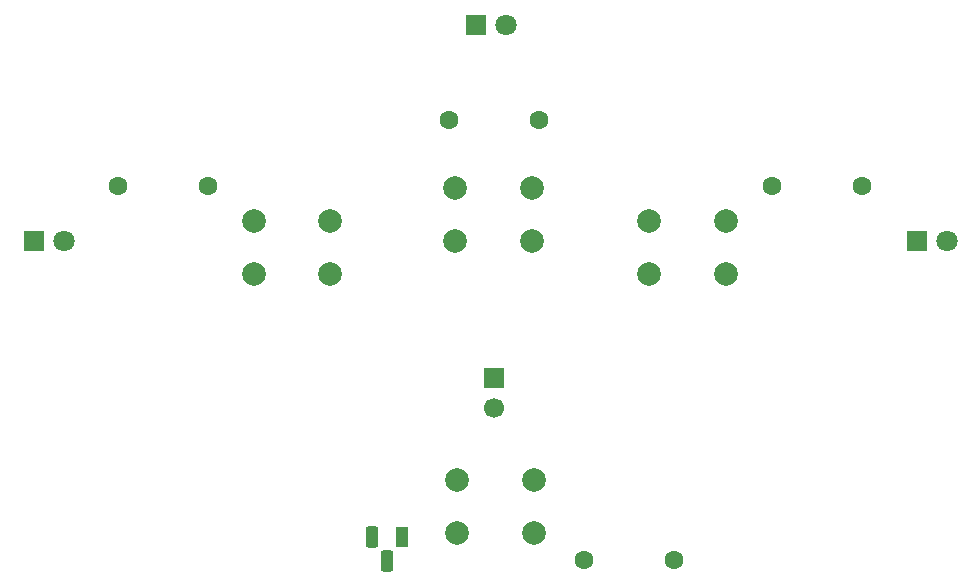
<source format=gbs>
G04 #@! TF.GenerationSoftware,KiCad,Pcbnew,9.0.2*
G04 #@! TF.CreationDate,2025-07-01T12:20:16+05:30*
G04 #@! TF.ProjectId,solder,736f6c64-6572-42e6-9b69-6361645f7063,rev?*
G04 #@! TF.SameCoordinates,Original*
G04 #@! TF.FileFunction,Soldermask,Bot*
G04 #@! TF.FilePolarity,Negative*
%FSLAX46Y46*%
G04 Gerber Fmt 4.6, Leading zero omitted, Abs format (unit mm)*
G04 Created by KiCad (PCBNEW 9.0.2) date 2025-07-01 12:20:16*
%MOMM*%
%LPD*%
G01*
G04 APERTURE LIST*
G04 Aperture macros list*
%AMRoundRect*
0 Rectangle with rounded corners*
0 $1 Rounding radius*
0 $2 $3 $4 $5 $6 $7 $8 $9 X,Y pos of 4 corners*
0 Add a 4 corners polygon primitive as box body*
4,1,4,$2,$3,$4,$5,$6,$7,$8,$9,$2,$3,0*
0 Add four circle primitives for the rounded corners*
1,1,$1+$1,$2,$3*
1,1,$1+$1,$4,$5*
1,1,$1+$1,$6,$7*
1,1,$1+$1,$8,$9*
0 Add four rect primitives between the rounded corners*
20,1,$1+$1,$2,$3,$4,$5,0*
20,1,$1+$1,$4,$5,$6,$7,0*
20,1,$1+$1,$6,$7,$8,$9,0*
20,1,$1+$1,$8,$9,$2,$3,0*%
G04 Aperture macros list end*
%ADD10R,1.700000X1.700000*%
%ADD11C,1.700000*%
%ADD12C,2.000000*%
%ADD13C,1.600000*%
%ADD14C,1.800000*%
%ADD15R,1.800000X1.800000*%
%ADD16RoundRect,0.275000X0.275000X0.625000X-0.275000X0.625000X-0.275000X-0.625000X0.275000X-0.625000X0*%
%ADD17R,1.100000X1.800000*%
G04 APERTURE END LIST*
D10*
G04 #@! TO.C,M1*
X90890000Y-103090000D03*
D11*
X90890000Y-105630000D03*
G04 #@! TD*
D12*
G04 #@! TO.C,SW2*
X87600000Y-87000000D03*
X94100000Y-87000000D03*
X87600000Y-91500000D03*
X94100000Y-91500000D03*
G04 #@! TD*
D13*
G04 #@! TO.C,R2*
X87090000Y-81300000D03*
X94710000Y-81300000D03*
G04 #@! TD*
D14*
G04 #@! TO.C,D1*
X54470000Y-91550000D03*
D15*
X51930000Y-91550000D03*
G04 #@! TD*
D12*
G04 #@! TO.C,SW1*
X77020000Y-94300000D03*
X70520000Y-94300000D03*
X77020000Y-89800000D03*
X70520000Y-89800000D03*
G04 #@! TD*
D13*
G04 #@! TO.C,R4*
X98530000Y-118500000D03*
X106150000Y-118500000D03*
G04 #@! TD*
G04 #@! TO.C,R3*
X114420000Y-86840000D03*
X122040000Y-86840000D03*
G04 #@! TD*
G04 #@! TO.C,R1*
X59060000Y-86850000D03*
X66680000Y-86850000D03*
G04 #@! TD*
D14*
G04 #@! TO.C,D3*
X129205000Y-91540000D03*
D15*
X126665000Y-91540000D03*
G04 #@! TD*
D14*
G04 #@! TO.C,D2*
X91865000Y-73200000D03*
D15*
X89325000Y-73200000D03*
G04 #@! TD*
D12*
G04 #@! TO.C,SW4*
X94280000Y-116250000D03*
X87780000Y-116250000D03*
X94280000Y-111750000D03*
X87780000Y-111750000D03*
G04 #@! TD*
G04 #@! TO.C,SW3*
X110540000Y-94340000D03*
X104040000Y-94340000D03*
X110540000Y-89840000D03*
X104040000Y-89840000D03*
G04 #@! TD*
D16*
G04 #@! TO.C,Q1*
X80510000Y-116580000D03*
X81780000Y-118650000D03*
D17*
X83050000Y-116580000D03*
G04 #@! TD*
M02*

</source>
